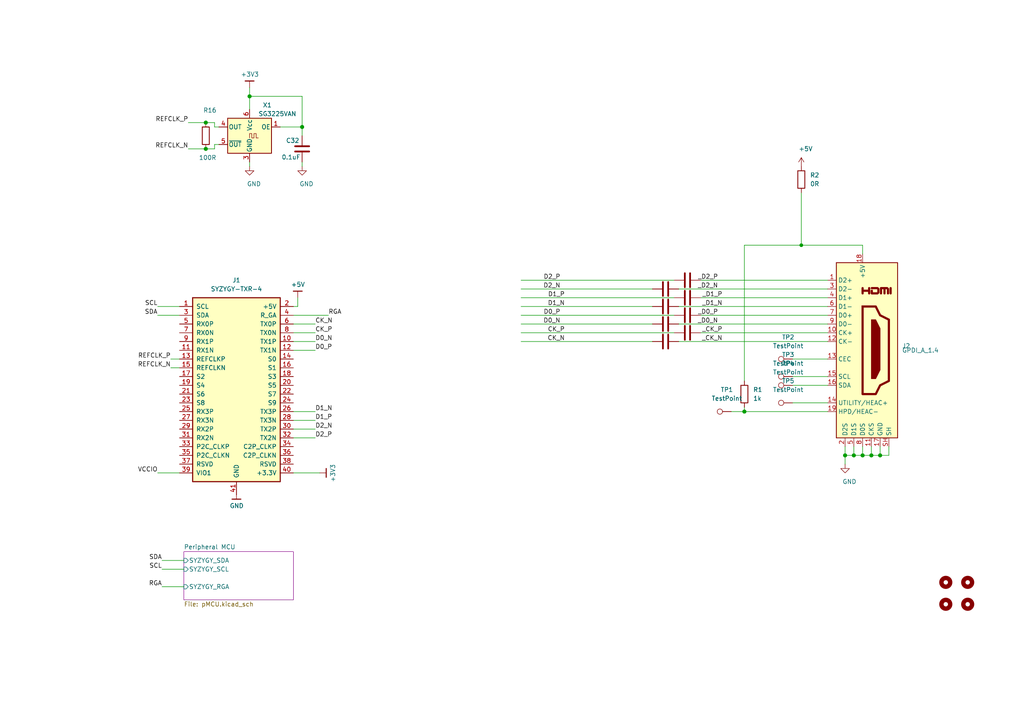
<source format=kicad_sch>
(kicad_sch (version 20201015) (generator eeschema)
  (paper "A4")
  (title_block (title "SYZYGY SERDES GDPI") (date "2020-12-14") (rev "r1.0") (company "GsD - @gregdavill"))
  (lib_symbols
    (symbol "Connector:HDMI_A_1.4"
      (property "Reference" "J" (at -6.35 26.67 0))
      (property "Value" "HDMI_A_1.4" (at 10.16 26.67 0))
      (symbol "HDMI_A_1.4_0_0"
        (polyline (pts (xy 8.128 16.51) (xy 8.128 18.034)) (stroke (width 0.635)))
        (polyline (pts (xy 0 16.51) (xy 0 18.034) (xy 0 17.272) (xy 1.905 17.272) (xy 1.905 18.034) (xy 1.905 16.51)) (stroke (width 0.635)))
        (polyline (pts (xy 2.667 18.034) (xy 4.318 18.034) (xy 4.572 17.78) (xy 4.572 16.764) (xy 4.318 16.51) (xy 2.667 16.51) (xy 2.667 17.272)) (stroke (width 0.635)))
      )
      (symbol "HDMI_A_1.4_0_1"
        (rectangle (start -7.62 25.4) (end 10.16 -25.4) (stroke (width 0.254)) (fill (type background)))
        (polyline (pts (xy 2.54 8.89) (xy 3.81 8.89) (xy 5.08 6.35) (xy 5.08 -5.715) (xy 3.81 -8.255) (xy 2.54 -8.255) (xy 2.54 8.89)) (fill (type outline)))
        (polyline (pts (xy 5.334 16.51) (xy 5.334 18.034) (xy 6.35 18.034) (xy 6.35 16.51) (xy 6.35 18.034) (xy 7.112 18.034) (xy 7.366 17.78) (xy 7.366 16.51)) (stroke (width 0.635)))
        (polyline (pts (xy 0 12.7) (xy 0 -12.7) (xy 3.81 -12.7) (xy 5.08 -10.16) (xy 7.62 -8.89) (xy 7.62 8.89) (xy 5.08 10.16) (xy 3.81 12.7) (xy 0 12.7)) (stroke (width 0.635)))
      )
      (symbol "HDMI_A_1.4_1_1"
        (pin passive line (at -10.16 20.32 0) (length 2.54) (name "D2+") (number "1"))
        (pin passive line (at -10.16 5.08 0) (length 2.54) (name "CK+") (number "10"))
        (pin power_in line (at 2.54 -27.94 90) (length 2.54) (name "CKS") (number "11"))
        (pin passive line (at -10.16 2.54 0) (length 2.54) (name "CK-") (number "12"))
        (pin bidirectional line (at -10.16 -2.54 0) (length 2.54) (name "CEC") (number "13"))
        (pin passive line (at -10.16 -15.24 0) (length 2.54) (name "UTILITY/HEAC+") (number "14"))
        (pin passive line (at -10.16 -7.62 0) (length 2.54) (name "SCL") (number "15"))
        (pin bidirectional line (at -10.16 -10.16 0) (length 2.54) (name "SDA") (number "16"))
        (pin power_in line (at 5.08 -27.94 90) (length 2.54) (name "GND") (number "17"))
        (pin power_in line (at 0 27.94 270) (length 2.54) (name "+5V") (number "18"))
        (pin passive line (at -10.16 -17.78 0) (length 2.54) (name "HPD/HEAC-") (number "19"))
        (pin power_in line (at -5.08 -27.94 90) (length 2.54) (name "D2S") (number "2"))
        (pin passive line (at -10.16 17.78 0) (length 2.54) (name "D2-") (number "3"))
        (pin passive line (at -10.16 15.24 0) (length 2.54) (name "D1+") (number "4"))
        (pin power_in line (at -2.54 -27.94 90) (length 2.54) (name "D1S") (number "5"))
        (pin passive line (at -10.16 12.7 0) (length 2.54) (name "D1-") (number "6"))
        (pin passive line (at -10.16 10.16 0) (length 2.54) (name "D0+") (number "7"))
        (pin power_in line (at 0 -27.94 90) (length 2.54) (name "D0S") (number "8"))
        (pin passive line (at -10.16 7.62 0) (length 2.54) (name "D0-") (number "9"))
        (pin passive line (at 7.62 -27.94 90) (length 2.54) (name "SH") (number "SH"))
      )
    )
    (symbol "Connector:TestPoint" (pin_numbers hide) (pin_names (offset 0.762) hide)
      (property "Reference" "TP" (at 0 6.858 0))
      (property "Value" "TestPoint" (at 0 5.08 0))
      (symbol "TestPoint_0_1"
        (circle (center 0 3.302) (radius 0.762))
      )
      (symbol "TestPoint_1_1"
        (pin passive line (at 0 0 90) (length 2.54) (name "1") (number "1"))
      )
    )
    (symbol "Device:C" (pin_numbers hide) (pin_names (offset 0.254))
      (property "Reference" "C" (at 0.635 2.54 0))
      (property "Value" "C" (at 0.635 -2.54 0))
      (symbol "C_0_1"
        (polyline (pts (xy -2.032 -0.762) (xy 2.032 -0.762)) (stroke (width 0.508)))
        (polyline (pts (xy -2.032 0.762) (xy 2.032 0.762)) (stroke (width 0.508)))
      )
      (symbol "C_1_1"
        (pin passive line (at 0 3.81 270) (length 2.794) (name "~") (number "1"))
        (pin passive line (at 0 -3.81 90) (length 2.794) (name "~") (number "2"))
      )
    )
    (symbol "Device:R" (pin_numbers hide) (pin_names (offset 0))
      (property "Reference" "R" (at 2.032 0 90))
      (property "Value" "R" (at 0 0 90))
      (symbol "R_0_1"
        (rectangle (start -1.016 -2.54) (end 1.016 2.54) (stroke (width 0.254)))
      )
      (symbol "R_1_1"
        (pin passive line (at 0 3.81 270) (length 1.27) (name "~") (number "1"))
        (pin passive line (at 0 -3.81 90) (length 1.27) (name "~") (number "2"))
      )
    )
    (symbol "Device:R_7" (pin_numbers hide) (pin_names (offset 0))
      (property "Reference" "R" (at 2.032 0 90))
      (property "Value" "R" (at 0 0 90))
      (symbol "R_7_0_1"
        (rectangle (start -1.016 -2.54) (end 1.016 2.54) (stroke (width 0.254)))
      )
      (symbol "R_7_1_1"
        (pin passive line (at 0 3.81 270) (length 1.27) (name "~") (number "1"))
        (pin passive line (at 0 -3.81 90) (length 1.27) (name "~") (number "2"))
      )
    )
    (symbol "Mechanical:MountingHole" (pin_names (offset 1.016))
      (property "Reference" "H" (at 0 5.08 0))
      (property "Value" "MountingHole" (at 0 3.175 0))
      (symbol "MountingHole_0_1"
        (circle (center 0 0) (radius 1.27) (stroke (width 1.27)))
      )
    )
    (symbol "gkl_power:+3V3" (power) (pin_names (offset 0))
      (property "Value" "+3V3" (at 0 3.556 0))
      (symbol "+3V3_0_1"
        (polyline (pts (xy -1.27 1.905) (xy 1.27 1.905)) (stroke (width 0.3048)))
        (polyline (pts (xy 0 0) (xy 0 1.905)))
      )
      (symbol "+3V3_1_1"
        (pin power_in line (at 0 0 90) (length 0) hide (name "+3V3") (number "1"))
      )
    )
    (symbol "gkl_power:+5V" (power) (pin_names (offset 0))
      (property "Value" "+5V" (at 0 3.175 0))
      (symbol "+5V_0_1"
        (polyline (pts (xy -1.27 1.905) (xy 1.27 1.905)) (stroke (width 0.3048)))
        (polyline (pts (xy 0 0) (xy 0 1.905)))
      )
      (symbol "+5V_1_1"
        (pin power_in line (at 0 0 90) (length 0) hide (name "+5V") (number "1"))
      )
    )
    (symbol "gkl_power:GND" (power) (pin_names (offset 0))
      (property "Value" "GND" (at 0 -2.54 0))
      (symbol "GND_0_1"
        (polyline (pts (xy 0 -1.27) (xy 0 0)))
        (polyline (pts (xy 1.27 -1.27) (xy -1.27 -1.27)) (stroke (width 0.3048)))
      )
      (symbol "GND_1_1"
        (pin power_in line (at 0 0 270) (length 0) hide (name "GND") (number "1"))
      )
    )
    (symbol "gsd-kicad:SG3225VAN" (pin_names (offset 0.254))
      (property "Reference" "X" (at -5.08 6.35 0))
      (property "Value" "SG3225VAN" (at 1.27 -6.35 0))
      (symbol "SG3225VAN_0_1"
        (rectangle (start -6.35 5.08) (end 6.35 -5.08) (stroke (width 0.254)) (fill (type background)))
        (polyline (pts (xy -2.54 -0.635) (xy -1.905 -0.635) (xy -1.905 0.635) (xy -1.27 0.635) (xy -1.27 -0.635) (xy -0.635 -0.635) (xy -0.635 0.635) (xy 0 0.635) (xy 0 -0.635)))
      )
      (symbol "SG3225VAN_1_1"
        (pin input line (at -8.89 2.54 0) (length 2.54) (name "OE") (number "1"))
        (pin power_in line (at 0 7.62 270) (length 2.54) (name "Vcc") (number "6"))
        (pin power_in line (at 0 -7.62 90) (length 2.54) (name "GND") (number "3"))
        (pin output line (at 8.89 2.54 180) (length 2.54) (name "OUT") (number "4"))
        (pin output line (at 8.89 -2.54 180) (length 2.54) (name "~OUT") (number "5"))
      )
    )
    (symbol "gsd-kicad:SYZYGY-TXR-4" (pin_names (offset 1.016))
      (property "Reference" "J" (at 0 27.94 0))
      (property "Value" "SYZYGY-TXR-4" (at 0 25.4 0))
      (symbol "SYZYGY-TXR-4_0_1"
        (rectangle (start -12.7 24.13) (end 12.7 -29.21) (stroke (width 0.3302)) (fill (type background)))
      )
      (symbol "SYZYGY-TXR-4_1_1"
        (pin input line (at -16.51 21.59 0) (length 3.81) (name "SCL") (number "1"))
        (pin input line (at 16.51 11.43 180) (length 3.81) (name "TX1P") (number "10"))
        (pin input line (at -16.51 8.89 0) (length 3.81) (name "RX1N") (number "11"))
        (pin input line (at 16.51 8.89 180) (length 3.81) (name "TX1N") (number "12"))
        (pin input line (at -16.51 6.35 0) (length 3.81) (name "REFCLKP") (number "13"))
        (pin input line (at 16.51 6.35 180) (length 3.81) (name "S0") (number "14"))
        (pin input line (at -16.51 3.81 0) (length 3.81) (name "REFCLKN") (number "15"))
        (pin input line (at 16.51 3.81 180) (length 3.81) (name "S1") (number "16"))
        (pin input line (at -16.51 1.27 0) (length 3.81) (name "S2") (number "17"))
        (pin input line (at 16.51 1.27 180) (length 3.81) (name "S3") (number "18"))
        (pin input line (at -16.51 -1.27 0) (length 3.81) (name "S4") (number "19"))
        (pin input line (at 16.51 21.59 180) (length 3.81) (name "+5V") (number "2"))
        (pin input line (at 16.51 -1.27 180) (length 3.81) (name "S5") (number "20"))
        (pin input line (at -16.51 -3.81 0) (length 3.81) (name "S6") (number "21"))
        (pin input line (at 16.51 -3.81 180) (length 3.81) (name "S7") (number "22"))
        (pin input line (at -16.51 -6.35 0) (length 3.81) (name "S8") (number "23"))
        (pin input line (at 16.51 -6.35 180) (length 3.81) (name "S9") (number "24"))
        (pin input line (at -16.51 -8.89 0) (length 3.81) (name "RX3P") (number "25"))
        (pin input line (at 16.51 -8.89 180) (length 3.81) (name "TX3P") (number "26"))
        (pin input line (at -16.51 -11.43 0) (length 3.81) (name "RX3N") (number "27"))
        (pin input line (at 16.51 -11.43 180) (length 3.81) (name "TX3N") (number "28"))
        (pin input line (at -16.51 -13.97 0) (length 3.81) (name "RX2P") (number "29"))
        (pin input line (at -16.51 19.05 0) (length 3.81) (name "SDA") (number "3"))
        (pin input line (at 16.51 -13.97 180) (length 3.81) (name "TX2P") (number "30"))
        (pin input line (at -16.51 -16.51 0) (length 3.81) (name "RX2N") (number "31"))
        (pin input line (at 16.51 -16.51 180) (length 3.81) (name "TX2N") (number "32"))
        (pin input line (at -16.51 -19.05 0) (length 3.81) (name "P2C_CLKP") (number "33"))
        (pin input line (at 16.51 -19.05 180) (length 3.81) (name "C2P_CLKP") (number "34"))
        (pin input line (at -16.51 -21.59 0) (length 3.81) (name "P2C_CLKN") (number "35"))
        (pin input line (at 16.51 -21.59 180) (length 3.81) (name "C2P_CLKN") (number "36"))
        (pin input line (at -16.51 -24.13 0) (length 3.81) (name "RSVD") (number "37"))
        (pin input line (at 16.51 -24.13 180) (length 3.81) (name "RSVD") (number "38"))
        (pin input line (at -16.51 -26.67 0) (length 3.81) (name "VIO1") (number "39"))
        (pin input line (at 16.51 19.05 180) (length 3.81) (name "R_GA") (number "4"))
        (pin input line (at 16.51 -26.67 180) (length 3.81) (name "+3.3V") (number "40"))
        (pin input line (at 0 -33.02 90) (length 3.81) (name "GND") (number "41"))
        (pin input line (at -16.51 16.51 0) (length 3.81) (name "RX0P") (number "5"))
        (pin input line (at 16.51 16.51 180) (length 3.81) (name "TX0P") (number "6"))
        (pin input line (at -16.51 13.97 0) (length 3.81) (name "RX0N") (number "7"))
        (pin input line (at 16.51 13.97 180) (length 3.81) (name "TX0N") (number "8"))
        (pin input line (at -16.51 11.43 0) (length 3.81) (name "RX1P") (number "9"))
      )
    )
    (symbol "power:+5V" (power) (pin_names (offset 0))
      (property "Value" "+5V" (at 0 3.556 0))
      (symbol "+5V_0_1"
        (polyline (pts (xy -0.762 1.27) (xy 0 2.54)))
        (polyline (pts (xy 0 0) (xy 0 2.54)))
        (polyline (pts (xy 0 2.54) (xy 0.762 1.27)))
      )
      (symbol "+5V_1_1"
        (pin power_in line (at 0 0 90) (length 0) hide (name "+5V") (number "1"))
      )
    )
    (symbol "power:GND" (power) (pin_names (offset 0))
      (property "Value" "GND" (at 0 -3.81 0))
      (symbol "GND_0_1"
        (polyline (pts (xy 0 0) (xy 0 -1.27) (xy 1.27 -1.27) (xy 0 -2.54) (xy -1.27 -1.27) (xy 0 -1.27)))
      )
      (symbol "GND_1_1"
        (pin power_in line (at 0 0 270) (length 0) hide (name "GND") (number "1"))
      )
    )
  )
  (junction (at 59.69 35.56) (diameter 1.016))
  (junction (at 59.69 43.18) (diameter 1.016))
  (junction (at 72.39 27.94) (diameter 1.016))
  (junction (at 87.63 36.83) (diameter 1.016))
  (junction (at 215.9 119.38) (diameter 1.016))
  (junction (at 232.41 71.12) (diameter 0.9144))
  (junction (at 245.11 132.08) (diameter 1.016))
  (junction (at 247.65 132.08) (diameter 1.016))
  (junction (at 250.19 132.08) (diameter 1.016))
  (junction (at 252.73 132.08) (diameter 1.016))
  (junction (at 255.27 132.08) (diameter 1.016))
  (wire (pts (xy 49.53 104.14) (xy 52.07 104.14)))
  (wire (pts (xy 49.53 106.68) (xy 52.07 106.68)))
  (wire (pts (xy 52.07 88.9) (xy 45.72 88.9)))
  (wire (pts (xy 52.07 91.44) (xy 45.72 91.44)))
  (wire (pts (xy 52.07 137.16) (xy 45.72 137.16)))
  (wire (pts (xy 53.34 162.56) (xy 46.99 162.56)))
  (wire (pts (xy 53.34 165.1) (xy 46.99 165.1)))
  (wire (pts (xy 53.34 170.18) (xy 46.99 170.18)))
  (wire (pts (xy 54.61 35.56) (xy 59.69 35.56)))
  (wire (pts (xy 54.61 43.18) (xy 59.69 43.18)))
  (wire (pts (xy 62.23 35.56) (xy 59.69 35.56)))
  (wire (pts (xy 62.23 36.83) (xy 62.23 35.56)))
  (wire (pts (xy 62.23 41.91) (xy 62.23 43.18)))
  (wire (pts (xy 62.23 43.18) (xy 59.69 43.18)))
  (wire (pts (xy 63.5 36.83) (xy 62.23 36.83)))
  (wire (pts (xy 63.5 41.91) (xy 62.23 41.91)))
  (wire (pts (xy 72.39 25.4) (xy 72.39 27.94)))
  (wire (pts (xy 72.39 27.94) (xy 72.39 31.75)))
  (wire (pts (xy 72.39 46.99) (xy 72.39 48.26)))
  (wire (pts (xy 81.28 36.83) (xy 87.63 36.83)))
  (wire (pts (xy 85.09 88.9) (xy 86.36 88.9)))
  (wire (pts (xy 85.09 91.44) (xy 95.25 91.44)))
  (wire (pts (xy 85.09 93.98) (xy 91.44 93.98)))
  (wire (pts (xy 85.09 96.52) (xy 91.44 96.52)))
  (wire (pts (xy 85.09 99.06) (xy 91.44 99.06)))
  (wire (pts (xy 85.09 101.6) (xy 91.44 101.6)))
  (wire (pts (xy 85.09 119.38) (xy 91.44 119.38)))
  (wire (pts (xy 85.09 121.92) (xy 91.44 121.92)))
  (wire (pts (xy 85.09 124.46) (xy 91.44 124.46)))
  (wire (pts (xy 85.09 127) (xy 91.44 127)))
  (wire (pts (xy 85.09 137.16) (xy 92.71 137.16)))
  (wire (pts (xy 86.36 88.9) (xy 86.36 86.36)))
  (wire (pts (xy 87.63 27.94) (xy 72.39 27.94)))
  (wire (pts (xy 87.63 36.83) (xy 87.63 27.94)))
  (wire (pts (xy 87.63 36.83) (xy 87.63 39.37)))
  (wire (pts (xy 87.63 46.99) (xy 87.63 48.26)))
  (wire (pts (xy 151.13 81.28) (xy 195.58 81.28)))
  (wire (pts (xy 151.13 83.82) (xy 189.23 83.82)))
  (wire (pts (xy 151.13 86.36) (xy 195.58 86.36)))
  (wire (pts (xy 151.13 88.9) (xy 189.23 88.9)))
  (wire (pts (xy 151.13 91.44) (xy 195.58 91.44)))
  (wire (pts (xy 151.13 93.98) (xy 189.23 93.98)))
  (wire (pts (xy 151.13 96.52) (xy 195.58 96.52)))
  (wire (pts (xy 151.13 99.06) (xy 189.23 99.06)))
  (wire (pts (xy 196.85 83.82) (xy 240.03 83.82)))
  (wire (pts (xy 196.85 88.9) (xy 240.03 88.9)))
  (wire (pts (xy 196.85 93.98) (xy 240.03 93.98)))
  (wire (pts (xy 196.85 99.06) (xy 240.03 99.06)))
  (wire (pts (xy 203.2 81.28) (xy 240.03 81.28)))
  (wire (pts (xy 203.2 86.36) (xy 240.03 86.36)))
  (wire (pts (xy 203.2 91.44) (xy 240.03 91.44)))
  (wire (pts (xy 203.2 96.52) (xy 240.03 96.52)))
  (wire (pts (xy 212.09 119.38) (xy 215.9 119.38)))
  (wire (pts (xy 215.9 71.12) (xy 232.41 71.12)))
  (wire (pts (xy 215.9 110.49) (xy 215.9 71.12)))
  (wire (pts (xy 215.9 118.11) (xy 215.9 119.38)))
  (wire (pts (xy 215.9 119.38) (xy 240.03 119.38)))
  (wire (pts (xy 229.87 104.14) (xy 240.03 104.14)))
  (wire (pts (xy 229.87 109.22) (xy 240.03 109.22)))
  (wire (pts (xy 229.87 111.76) (xy 240.03 111.76)))
  (wire (pts (xy 229.87 116.84) (xy 240.03 116.84)))
  (wire (pts (xy 232.41 55.88) (xy 232.41 71.12)))
  (wire (pts (xy 232.41 71.12) (xy 250.19 71.12)))
  (wire (pts (xy 245.11 129.54) (xy 245.11 132.08)))
  (wire (pts (xy 245.11 132.08) (xy 245.11 134.62)))
  (wire (pts (xy 247.65 129.54) (xy 247.65 132.08)))
  (wire (pts (xy 247.65 132.08) (xy 245.11 132.08)))
  (wire (pts (xy 250.19 71.12) (xy 250.19 73.66)))
  (wire (pts (xy 250.19 129.54) (xy 250.19 132.08)))
  (wire (pts (xy 250.19 132.08) (xy 247.65 132.08)))
  (wire (pts (xy 252.73 129.54) (xy 252.73 132.08)))
  (wire (pts (xy 252.73 132.08) (xy 250.19 132.08)))
  (wire (pts (xy 252.73 132.08) (xy 255.27 132.08)))
  (wire (pts (xy 255.27 129.54) (xy 255.27 132.08)))
  (wire (pts (xy 255.27 132.08) (xy 257.81 132.08)))
  (wire (pts (xy 257.81 132.08) (xy 257.81 129.54)))
  (label "SCL" (at 45.72 88.9 180))
  (label "SDA" (at 45.72 91.44 180))
  (label "VCCIO" (at 45.72 137.16 180))
  (label "SDA" (at 46.99 162.56 180))
  (label "SCL" (at 46.99 165.1 180))
  (label "RGA" (at 46.99 170.18 180))
  (label "REFCLK_P" (at 49.53 104.14 180))
  (label "REFCLK_N" (at 49.53 106.68 180))
  (label "REFCLK_P" (at 54.61 35.56 180))
  (label "REFCLK_N" (at 54.61 43.18 180))
  (label "CK_N" (at 91.44 93.98 0))
  (label "CK_P" (at 91.44 96.52 0))
  (label "D0_N" (at 91.44 99.06 0))
  (label "D0_P" (at 91.44 101.6 0))
  (label "D1_N" (at 91.44 119.38 0))
  (label "D1_P" (at 91.44 121.92 0))
  (label "D2_N" (at 91.44 124.46 0))
  (label "D2_P" (at 91.44 127 0))
  (label "RGA" (at 95.25 91.44 0))
  (label "D2_P" (at 162.56 81.28 180))
  (label "D2_N" (at 162.56 83.82 180))
  (label "D0_P" (at 162.56 91.44 180))
  (label "D0_N" (at 162.56 93.98 180))
  (label "D1_P" (at 163.83 86.36 180))
  (label "D1_N" (at 163.83 88.9 180))
  (label "CK_P" (at 163.83 96.52 180))
  (label "CK_N" (at 163.83 99.06 180))
  (label "_D2_P" (at 208.28 81.28 180))
  (label "_D2_N" (at 208.28 83.82 180))
  (label "_D0_P" (at 208.28 91.44 180))
  (label "_D0_N" (at 208.28 93.98 180))
  (label "_D1_P" (at 209.55 86.36 180))
  (label "_D1_N" (at 209.55 88.9 180))
  (label "_CK_P" (at 209.55 96.52 180))
  (label "_CK_N" (at 209.55 99.06 180))
  (symbol (lib_id "gkl_power:GND") (at 68.58 143.51 0) (unit 1)
    (property "Reference" "#PWR01" (effects hide))
    (property "Value" "GND" (at 68.6562 146.7104 0))
  )
  (symbol (lib_id "Connector:TestPoint") (at 212.09 119.38 90) (unit 1)
    (property "Reference" "TP1" (at 210.82 113.03 90))
    (property "Value" "TestPoint" (at 210.82 115.57 90))
    (property "Footprint" "TestPoint:TestPoint_THTPad_D1.5mm_Drill0.7mm" (effects hide))
  )
  (symbol (lib_id "Connector:TestPoint") (at 229.87 104.14 90) (unit 1)
    (property "Reference" "TP2" (at 228.6 97.79 90))
    (property "Value" "TestPoint" (at 228.6 100.33 90))
    (property "Footprint" "TestPoint:TestPoint_THTPad_D1.5mm_Drill0.7mm" (effects hide))
  )
  (symbol (lib_id "Connector:TestPoint") (at 229.87 109.22 90) (unit 1)
    (property "Reference" "TP3" (at 228.6 102.87 90))
    (property "Value" "TestPoint" (at 228.6 105.41 90))
    (property "Footprint" "TestPoint:TestPoint_THTPad_D1.5mm_Drill0.7mm" (effects hide))
  )
  (symbol (lib_id "Connector:TestPoint") (at 229.87 111.76 90) (unit 1)
    (property "Reference" "TP4" (at 228.6 105.41 90))
    (property "Value" "TestPoint" (at 228.6 107.95 90))
    (property "Footprint" "TestPoint:TestPoint_THTPad_D1.5mm_Drill0.7mm" (effects hide))
  )
  (symbol (lib_id "Connector:TestPoint") (at 229.87 116.84 90) (unit 1)
    (property "Reference" "TP5" (at 228.6 110.49 90))
    (property "Value" "TestPoint" (at 228.6 113.03 90))
    (property "Footprint" "TestPoint:TestPoint_THTPad_D1.5mm_Drill0.7mm" (effects hide))
  )
  (symbol (lib_id "power:+5V") (at 232.41 48.26 0) (unit 1)
    (property "Reference" "#PWR0101" (effects hide))
    (property "Value" "+5V" (at 233.68 43.18 0))
  )
  (symbol (lib_id "gkl_power:+3V3") (at 72.39 25.4 0) (unit 1)
    (property "Reference" "#PWR0149" (effects hide))
    (property "Value" "+3V3" (at 72.4662 21.5646 0))
  )
  (symbol (lib_id "gkl_power:+5V") (at 86.36 86.36 0) (unit 1)
    (property "Reference" "#PWR05" (effects hide))
    (property "Value" "+5V" (at 86.4362 82.5246 0))
  )
  (symbol (lib_id "gkl_power:+3V3") (at 92.71 137.16 270) (unit 1)
    (property "Reference" "#PWR07" (effects hide))
    (property "Value" "+3V3" (at 96.5454 137.2362 0))
  )
  (symbol (lib_id "power:GND") (at 72.39 48.26 0) (unit 1)
    (property "Reference" "#PWR0147" (effects hide))
    (property "Value" "GND" (at 73.66 53.34 0))
  )
  (symbol (lib_id "power:GND") (at 87.63 48.26 0) (unit 1)
    (property "Reference" "#PWR0148" (effects hide))
    (property "Value" "GND" (at 88.9 53.34 0))
  )
  (symbol (lib_id "power:GND") (at 245.11 134.62 0) (unit 1)
    (property "Reference" "#PWR0102" (effects hide))
    (property "Value" "GND" (at 246.38 139.7 0))
  )
  (symbol (lib_id "Mechanical:MountingHole") (at 274.32 168.91 0) (unit 1)
    (property "Reference" "H1" (effects hide))
    (property "Value" "MountingHole" (effects hide))
    (property "Footprint" "MountingHole:MountingHole_3.2mm_M3" (effects hide))
  )
  (symbol (lib_id "Mechanical:MountingHole") (at 274.32 175.26 0) (unit 1)
    (property "Reference" "H2" (effects hide))
    (property "Value" "MountingHole" (effects hide))
    (property "Footprint" "MountingHole:MountingHole_3.2mm_M3" (effects hide))
  )
  (symbol (lib_id "Mechanical:MountingHole") (at 280.67 168.91 0) (unit 1)
    (property "Reference" "H3" (effects hide))
    (property "Value" "MountingHole" (effects hide))
    (property "Footprint" "MountingHole:MountingHole_3.2mm_M3" (effects hide))
  )
  (symbol (lib_id "Mechanical:MountingHole") (at 280.67 175.26 0) (unit 1)
    (property "Reference" "H4" (effects hide))
    (property "Value" "MountingHole" (effects hide))
    (property "Footprint" "MountingHole:MountingHole_3.2mm_M3" (effects hide))
  )
  (symbol (lib_name "Device:R_7") (lib_id "Device:R") (at 59.69 39.37 180) (unit 1)
    (property "Reference" "R16" (at 58.9281 31.9913 0) (effects (justify right)))
    (property "Value" "100R" (at 57.658 45.72 0) (effects (justify right)))
    (property "Footprint" "Resistor_SMD:R_0402_1005Metric" (effects hide))
    (property "PN" "RC0402FR-07100KL" (effects hide))
    (property "Mfg" "Yageo" (effects hide))
  )
  (symbol (lib_id "Device:R") (at 215.9 114.3 0) (unit 1)
    (property "Reference" "R1" (at 218.44 113.03 0) (effects (justify left)))
    (property "Value" "1k" (at 218.44 115.57 0) (effects (justify left)))
    (property "Footprint" "Resistor_SMD:R_0402_1005Metric" (effects hide))
  )
  (symbol (lib_id "Device:R") (at 232.41 52.07 0) (unit 1)
    (property "Reference" "R2" (at 234.95 50.8 0) (effects (justify left)))
    (property "Value" "0R" (at 234.95 53.34 0) (effects (justify left)))
    (property "Footprint" "Resistor_SMD:R_0402_1005Metric" (effects hide))
  )
  (symbol (lib_id "Device:C") (at 87.63 43.18 0) (mirror y) (unit 1)
    (property "Reference" "C32" (at 82.931 40.767 0) (effects (justify right)))
    (property "Value" "0.1uF" (at 81.661 45.593 0) (effects (justify right)))
    (property "Footprint" "Capacitor_SMD:C_0402_1005Metric" (effects hide))
    (property "Mfg" "Yageo" (effects hide))
    (property "PN" "CC0402KRX5R6BB105" (effects hide))
  )
  (symbol (lib_id "Device:C") (at 193.04 83.82 90) (unit 1)
    (property "Reference" "C1" (effects hide))
    (property "Value" "0.1u" (effects hide))
    (property "Footprint" "Capacitor_SMD:C_0402_1005Metric" (effects hide))
  )
  (symbol (lib_id "Device:C") (at 193.04 88.9 90) (unit 1)
    (property "Reference" "C2" (effects hide))
    (property "Value" "0.1u" (effects hide))
    (property "Footprint" "Capacitor_SMD:C_0402_1005Metric" (effects hide))
  )
  (symbol (lib_id "Device:C") (at 193.04 93.98 90) (unit 1)
    (property "Reference" "C3" (effects hide))
    (property "Value" "0.1u" (effects hide))
    (property "Footprint" "Capacitor_SMD:C_0402_1005Metric" (effects hide))
  )
  (symbol (lib_id "Device:C") (at 193.04 99.06 90) (unit 1)
    (property "Reference" "C4" (effects hide))
    (property "Value" "0.1u" (effects hide))
    (property "Footprint" "Capacitor_SMD:C_0402_1005Metric" (effects hide))
  )
  (symbol (lib_id "Device:C") (at 199.39 81.28 90) (unit 1)
    (property "Reference" "C5" (effects hide))
    (property "Value" "0.1u" (effects hide))
    (property "Footprint" "Capacitor_SMD:C_0402_1005Metric" (effects hide))
  )
  (symbol (lib_id "Device:C") (at 199.39 86.36 90) (unit 1)
    (property "Reference" "C6" (effects hide))
    (property "Value" "0.1u" (effects hide))
    (property "Footprint" "Capacitor_SMD:C_0402_1005Metric" (effects hide))
  )
  (symbol (lib_id "Device:C") (at 199.39 91.44 90) (unit 1)
    (property "Reference" "C7" (effects hide))
    (property "Value" "0.1u" (effects hide))
    (property "Footprint" "Capacitor_SMD:C_0402_1005Metric" (effects hide))
  )
  (symbol (lib_id "Device:C") (at 199.39 96.52 90) (unit 1)
    (property "Reference" "C8" (effects hide))
    (property "Value" "0.1u" (effects hide))
    (property "Footprint" "Capacitor_SMD:C_0402_1005Metric" (effects hide))
  )
  (symbol (lib_id "gsd-kicad:SG3225VAN") (at 72.39 39.37 0) (mirror y) (unit 1)
    (property "Reference" "X1" (at 76.2 30.48 0) (effects (justify right)))
    (property "Value" "SG3225VAN" (at 74.93 33.02 0) (effects (justify right)))
    (property "Footprint" "Oscillator:Oscillator_SMD_Silicon_Labs_LGA-6_2.5x3.2mm_P1.25mm" (effects hide))
    (property "Datasheet" "https://support.epson.biz/td/api/doc_check.php?dl=brief_SG5032VAN" (effects hide))
  )
  (symbol (lib_id "Connector:HDMI_A_1.4") (at 250.19 101.6 0) (unit 1)
    (property "Reference" "J2" (at 261.62 100.33 0) (effects (justify left)))
    (property "Value" "GPDI_A_1.4" (at 261.62 101.6 0) (effects (justify left)))
    (property "Footprint" "gsd-footprints:HDMI-10029449-111RLF" (effects hide))
    (property "Datasheet" "https://en.wikipedia.org/wiki/HDMI" (effects hide))
  )
  (symbol (lib_id "gsd-kicad:SYZYGY-TXR-4") (at 68.58 110.49 0) (unit 1)
    (property "Reference" "J1" (at 68.58 81.28 0))
    (property "Value" "SYZYGY-TXR-4" (at 68.58 83.82 0))
    (property "Footprint" "gsd-footprints:SYZYGY-TXR-POD" (effects hide))
  )
  (sheet (at 53.34 160.02) (size 31.75 13.97) (stroke (width 0.1524) (color 132 0 132 1)) (fill (color 255 255 255 1.0000))
    (property "Sheet name" "Peripheral MCU" (at 53.34 159.3845 0) (effects (justify left bottom)))
    (property "Sheet file" "pMCU.kicad_sch" (at 53.34 174.4985 0) (effects (justify left top)))
    (pin "SYZYGY_SCL" input (at 53.34 165.1 180))
    (pin "SYZYGY_SDA" input (at 53.34 162.56 180))
    (pin "SYZYGY_RGA" input (at 53.34 170.18 180))
  )
)
</source>
